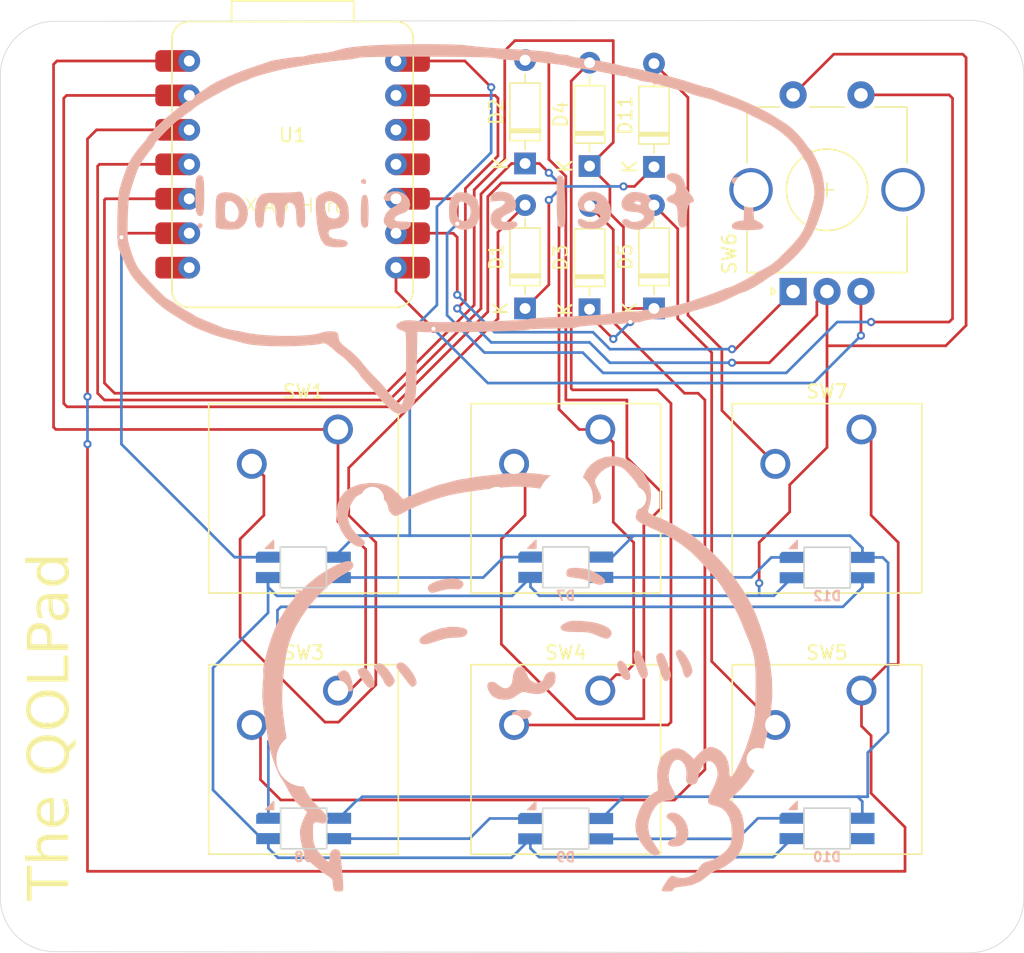
<source format=kicad_pcb>
(kicad_pcb (version 20240108) (generator "pcbnew") (generator_version "8.0")
  (layers (0 "F.Cu" signal) (31 "B.Cu" signal) (34 "B.Paste" user) (35 "F.Paste" user) (36 "B.SilkS" user "B.Silkscreen") (37 "F.SilkS" user "F.Silkscreen") (38 "B.Mask" user) (39 "F.Mask" user) (44 "Edge.Cuts" user))
  (net 0 "")
  (net 1 "Row 0")
  (net 2 "Net-(D1-A)")
  (net 3 "Net-(D2-A)")
  (net 4 "Net-(D3-A)")
  (net 5 "Row 1")
  (net 6 "Net-(D4-A)")
  (net 7 "Net-(D5-A)")
  (net 8 "LEDData")
  (net 9 "To5V")
  (net 10 "Net-(D6-DOUT)")
  (net 11 "ToGND")
  (net 12 "Net-(D8-DOUT)")
  (net 13 "Net-(D10-DIN)")
  (net 14 "Column 0")
  (net 15 "Column 1")
  (net 16 "Column 2")
  (net 17 "Net-(U1-PB09_A7_D7_RX)")
  (net 18 "Net-(U1-PA7_A8_D8_SCK)")
  (net 19 "Net-(U1-PA5_A9_D9_MISO)")
  (net 23 "Net-(D11-A)")
  (net 24 "Net-(D12-DIN)")
  (net 25 "Net-(D12-DOUT)")
  (footprint "Button_Switch_Keyboard:SW_Cherry_MX_1.00u_PCB" (layer "F.Cu") (at 126.71 81.42)
    (property "Reference" "SW1" (at -2.54 -2.794 0) (layer "F.SilkS"))
    (property "Value" "SW_Push")
    (pad "" np_thru_hole circle (at -7.62 5.08) (size 1.7 1.7) (drill 1.7) (layers "*.Cu" "*.Mask"))
    (pad "" np_thru_hole circle (at -2.54 5.08) (size 4 4) (drill 4) (layers "*.Cu" "*.Mask"))
    (pad "" np_thru_hole circle (at 2.54 5.08) (size 1.7 1.7) (drill 1.7) (layers "*.Cu" "*.Mask"))
    (pad "1" thru_hole circle (at 0 0) (size 2.2 2.2) (drill 1.5) (layers "*.Cu" "*.Mask") (net 14 "Column 0"))
    (pad "2" thru_hole circle (at -6.35 2.54) (size 2.2 2.2) (drill 1.5) (layers "*.Cu" "*.Mask") (net 2 "Net-(D1-A)"))
  )
  (footprint "Button_Switch_Keyboard:SW_Cherry_MX_1.00u_PCB" (layer "F.Cu") (at 146.04 81.42)
    (property "Reference" "SW2" (hide yes))
    (property "Value" "SW_Push")
    (pad "" np_thru_hole circle (at -7.62 5.08) (size 1.7 1.7) (drill 1.7) (layers "*.Cu" "*.Mask"))
    (pad "" np_thru_hole circle (at -2.54 5.08) (size 4 4) (drill 4) (layers "*.Cu" "*.Mask"))
    (pad "" np_thru_hole circle (at 2.54 5.08) (size 1.7 1.7) (drill 1.7) (layers "*.Cu" "*.Mask"))
    (pad "1" thru_hole circle (at 0 0) (size 2.2 2.2) (drill 1.5) (layers "*.Cu" "*.Mask") (net 15 "Column 1"))
    (pad "2" thru_hole circle (at -6.35 2.54) (size 2.2 2.2) (drill 1.5) (layers "*.Cu" "*.Mask") (net 3 "Net-(D2-A)"))
  )
  (footprint "XIAO RP-2040:XIAO-RP2040" (layer "F.Cu") (at 114.4775 72.421)
    (property "Reference" "U1" (at 8.89 -12.7 0) (layer "F.SilkS"))
    (property "Value" "MCU_Seeed_XIAO_RP2040")
    (pad "1" thru_hole circle (at 1.2725 -18.171) (size 1.6 1.6) (drill 0.8) (layers "*.Cu" "*.Mask") (net 14 "Column 0"))
    (pad "1" smd roundrect (at 1.2725 -18.171) (size 3 1.6) (drill (offset -1 0)) (layers "F.Cu" "F.Paste" "F.Mask") (net 14 "Column 0"))
    (pad "2" thru_hole circle (at 1.2725 -15.631) (size 1.6 1.6) (drill 0.8) (layers "*.Cu" "*.Mask") (net 15 "Column 1"))
    (pad "2" smd roundrect (at 1.2725 -15.631) (size 3 1.6) (drill (offset -1 0)) (layers "F.Cu" "F.Paste" "F.Mask") (net 15 "Column 1"))
    (pad "3" thru_hole circle (at 1.2725 -13.091) (size 1.6 1.6) (drill 0.8) (layers "*.Cu" "*.Mask") (net 16 "Column 2"))
    (pad "3" smd roundrect (at 1.2725 -13.091) (size 3 1.6) (drill (offset -1 0)) (layers "F.Cu" "F.Paste" "F.Mask") (net 16 "Column 2"))
    (pad "4" thru_hole circle (at 1.2725 -10.551) (size 1.6 1.6) (drill 0.8) (layers "*.Cu" "*.Mask") (net 1 "Row 0"))
    (pad "4" smd roundrect (at 1.2725 -10.551) (size 3 1.6) (drill (offset -1 0)) (layers "F.Cu" "F.Paste" "F.Mask") (net 1 "Row 0"))
    (pad "5" thru_hole circle (at 1.2725 -8.011) (size 1.6 1.6) (drill 0.8) (layers "*.Cu" "*.Mask") (net 5 "Row 1"))
    (pad "5" smd roundrect (at 1.2725 -8.011) (size 3 1.6) (drill (offset -1 0)) (layers "F.Cu" "F.Paste" "F.Mask") (net 5 "Row 1"))
    (pad "6" thru_hole circle (at 1.2725 -5.471) (size 1.6 1.6) (drill 0.8) (layers "*.Cu" "*.Mask") (net 8 "LEDData"))
    (pad "6" smd roundrect (at 1.2725 -5.471) (size 3 1.6) (drill (offset -1 0)) (layers "F.Cu" "F.Paste" "F.Mask") (net 8 "LEDData"))
    (pad "7" thru_hole circle (at 1.2725 -2.931) (size 1.6 1.6) (drill 0.8) (layers "*.Cu" "*.Mask"))
    (pad "7" smd roundrect (at 1.2725 -2.931) (size 3 1.6) (drill (offset -1 0)) (layers "F.Cu" "F.Paste" "F.Mask"))
    (pad "8" thru_hole circle (at 16.5075 -2.931) (size 1.6 1.6) (drill 0.8) (layers "*.Cu" "*.Mask") (net 17 "Net-(U1-PB09_A7_D7_RX)"))
    (pad "8" smd roundrect (at 16.5075 -2.931) (size 3 1.6) (drill (offset 1 0)) (layers "F.Cu" "F.Paste" "F.Mask") (net 17 "Net-(U1-PB09_A7_D7_RX)"))
    (pad "9" thru_hole circle (at 16.5075 -5.471) (size 1.6 1.6) (drill 0.8) (layers "*.Cu" "*.Mask") (net 18 "Net-(U1-PA7_A8_D8_SCK)"))
    (pad "9" smd roundrect (at 16.5075 -5.471) (size 3 1.6) (drill (offset 1 0)) (layers "F.Cu" "F.Paste" "F.Mask") (net 18 "Net-(U1-PA7_A8_D8_SCK)"))
    (pad "10" thru_hole circle (at 16.5075 -8.011) (size 1.6 1.6) (drill 0.8) (layers "*.Cu" "*.Mask") (net 19 "Net-(U1-PA5_A9_D9_MISO)"))
    (pad "10" smd roundrect (at 16.5075 -8.011) (size 3 1.6) (drill (offset 1 0)) (layers "F.Cu" "F.Paste" "F.Mask") (net 19 "Net-(U1-PA5_A9_D9_MISO)"))
    (pad "11" thru_hole circle (at 16.5075 -10.551) (size 1.6 1.6) (drill 0.8) (layers "*.Cu" "*.Mask"))
    (pad "11" smd roundrect (at 16.5075 -10.551) (size 3 1.6) (drill (offset 1 0)) (layers "F.Cu" "F.Paste" "F.Mask"))
    (pad "12" thru_hole circle (at 16.5075 -13.091) (size 1.6 1.6) (drill 0.8) (layers "*.Cu" "*.Mask"))
    (pad "12" smd roundrect (at 16.5075 -13.091) (size 3 1.6) (drill (offset 1 0)) (layers "F.Cu" "F.Paste" "F.Mask"))
    (pad "13" thru_hole circle (at 16.5075 -15.631) (size 1.6 1.6) (drill 0.8) (layers "*.Cu" "*.Mask") (net 11 "ToGND"))
    (pad "13" smd roundrect (at 16.5075 -15.631) (size 3 1.6) (drill (offset 1 0)) (layers "F.Cu" "F.Paste" "F.Mask") (net 11 "ToGND"))
    (pad "14" thru_hole circle (at 16.5075 -18.171) (size 1.6 1.6) (drill 0.8) (layers "*.Cu" "*.Mask") (net 9 "To5V"))
    (pad "14" smd roundrect (at 16.5075 -18.171) (size 3 1.6) (drill (offset 1 0)) (layers "F.Cu" "F.Paste" "F.Mask") (net 9 "To5V"))
  )
  (footprint "Rotary_Encoder:RotaryEncoder_Alps_EC11E-Switch_Vertical_H20mm_CircularMountingHoles" (layer "F.Cu") (at 160.25 71.25 90)
    (property "Reference" "SW6" (at 2.8 -4.7 90) (layer "F.SilkS"))
    (property "Value" "RotaryEncoder_Switch")
    (pad "A" thru_hole rect (at 0 0 90) (size 2 2) (drill 1) (layers "*.Cu" "*.Mask") (net 18 "Net-(U1-PA7_A8_D8_SCK)"))
    (pad "B" thru_hole circle (at 0 5 90) (size 2 2) (drill 1) (layers "*.Cu" "*.Mask") (net 17 "Net-(U1-PB09_A7_D7_RX)"))
    (pad "C" thru_hole circle (at 0 2.5 90) (size 2 2) (drill 1) (layers "*.Cu" "*.Mask") (net 11 "ToGND"))
    (pad "MP" thru_hole circle (at 7.5 -3.1 90) (size 3.2 3.2) (drill 2.6) (layers "*.Cu" "*.Mask"))
    (pad "MP" thru_hole circle (at 7.5 8.1 90) (size 3.2 3.2) (drill 2.6) (layers "*.Cu" "*.Mask"))
    (pad "S1" thru_hole circle (at 14.5 5 90) (size 2 2) (drill 1) (layers "*.Cu" "*.Mask") (net 19 "Net-(U1-PA5_A9_D9_MISO)"))
    (pad "S2" thru_hole circle (at 14.5 0 90) (size 2 2) (drill 1) (layers "*.Cu" "*.Mask") (net 11 "ToGND"))
  )
  (footprint "Diode_THT:D_DO-35_SOD27_P7.62mm_Horizontal" (layer "F.Cu") (at 140.5 61.81 90)
    (property "Reference" "D2" (at 3.81 -2.12 90) (layer "F.SilkS"))
    (property "Value" "1N4148")
    (fp_text user "K" (at 0 -1.8 90) (layer "F.SilkS"))
    (pad "1" thru_hole rect (at 0 0 90) (size 1.6 1.6) (drill 0.8) (layers "*.Cu" "*.Mask") (net 1 "Row 0"))
    (pad "2" thru_hole oval (at 7.62 0 90) (size 1.6 1.6) (drill 0.8) (layers "*.Cu" "*.Mask") (net 3 "Net-(D2-A)"))
  )
  (footprint "Diode_THT:D_DO-35_SOD27_P7.62mm_Horizontal" (layer "F.Cu") (at 140.5 72.5 90)
    (property "Reference" "D1" (at 3.81 -2.12 90) (layer "F.SilkS"))
    (property "Value" "1N4148")
    (fp_text user "K" (at 0 -1.8 90) (layer "F.SilkS"))
    (pad "1" thru_hole rect (at 0 0 90) (size 1.6 1.6) (drill 0.8) (layers "*.Cu" "*.Mask") (net 1 "Row 0"))
    (pad "2" thru_hole oval (at 7.62 0 90) (size 1.6 1.6) (drill 0.8) (layers "*.Cu" "*.Mask") (net 2 "Net-(D1-A)"))
  )
  (footprint "Diode_THT:D_DO-35_SOD27_P7.62mm_Horizontal" (layer "F.Cu") (at 150 72.5 90)
    (property "Reference" "D5" (at 3.81 -2.12 90) (layer "F.SilkS"))
    (property "Value" "1N4148")
    (fp_text user "K" (at 0 -1.8 90) (layer "F.SilkS"))
    (pad "1" thru_hole rect (at 0 0 90) (size 1.6 1.6) (drill 0.8) (layers "*.Cu" "*.Mask") (net 5 "Row 1"))
    (pad "2" thru_hole oval (at 7.62 0 90) (size 1.6 1.6) (drill 0.8) (layers "*.Cu" "*.Mask") (net 7 "Net-(D5-A)"))
  )
  (footprint "Button_Switch_Keyboard:SW_Cherry_MX_1.00u_PCB" (layer "F.Cu") (at 165.29 100.67)
    (property "Reference" "SW5" (at -2.54 -2.794 0) (layer "F.SilkS"))
    (property "Value" "SW_Push")
    (pad "" np_thru_hole circle (at -7.62 5.08) (size 1.7 1.7) (drill 1.7) (layers "*.Cu" "*.Mask"))
    (pad "" np_thru_hole circle (at -2.54 5.08) (size 4 4) (drill 4) (layers "*.Cu" "*.Mask"))
    (pad "" np_thru_hole circle (at 2.54 5.08) (size 1.7 1.7) (drill 1.7) (layers "*.Cu" "*.Mask"))
    (pad "1" thru_hole circle (at 0 0) (size 2.2 2.2) (drill 1.5) (layers "*.Cu" "*.Mask") (net 16 "Column 2"))
    (pad "2" thru_hole circle (at -6.35 2.54) (size 2.2 2.2) (drill 1.5) (layers "*.Cu" "*.Mask") (net 7 "Net-(D5-A)"))
  )
  (footprint "Diode_THT:D_DO-35_SOD27_P7.62mm_Horizontal" (layer "F.Cu") (at 145.25 72.56 90)
    (property "Reference" "D3" (at 3.81 -2.12 90) (layer "F.SilkS"))
    (property "Value" "1N4148")
    (fp_text user "K" (at 0 -1.8 90) (layer "F.SilkS"))
    (pad "1" thru_hole rect (at 0 0 90) (size 1.6 1.6) (drill 0.8) (layers "*.Cu" "*.Mask") (net 5 "Row 1"))
    (pad "2" thru_hole oval (at 7.62 0 90) (size 1.6 1.6) (drill 0.8) (layers "*.Cu" "*.Mask") (net 4 "Net-(D3-A)"))
  )
  (footprint "Button_Switch_Keyboard:SW_Cherry_MX_1.00u_PCB" (layer "F.Cu") (at 165.29 81.42)
    (property "Reference" "SW7" (at -2.54 -2.794 0) (layer "F.SilkS"))
    (property "Value" "SW_Push")
    (pad "" np_thru_hole circle (at -7.62 5.08) (size 1.7 1.7) (drill 1.7) (layers "*.Cu" "*.Mask"))
    (pad "" np_thru_hole circle (at -2.54 5.08) (size 4 4) (drill 4) (layers "*.Cu" "*.Mask"))
    (pad "" np_thru_hole circle (at 2.54 5.08) (size 1.7 1.7) (drill 1.7) (layers "*.Cu" "*.Mask"))
    (pad "1" thru_hole circle (at 0 0) (size 2.2 2.2) (drill 1.5) (layers "*.Cu" "*.Mask") (net 16 "Column 2"))
    (pad "2" thru_hole circle (at -6.35 2.54) (size 2.2 2.2) (drill 1.5) (layers "*.Cu" "*.Mask") (net 23 "Net-(D11-A)"))
  )
  (footprint "Button_Switch_Keyboard:SW_Cherry_MX_1.00u_PCB" (layer "F.Cu") (at 126.71 100.67)
    (property "Reference" "SW3" (at -2.54 -2.794 0) (layer "F.SilkS"))
    (property "Value" "SW_Push")
    (pad "" np_thru_hole circle (at -7.62 5.08) (size 1.7 1.7) (drill 1.7) (layers "*.Cu" "*.Mask"))
    (pad "" np_thru_hole circle (at -2.54 5.08) (size 4 4) (drill 4) (layers "*.Cu" "*.Mask"))
    (pad "" np_thru_hole circle (at 2.54 5.08) (size 1.7 1.7) (drill 1.7) (layers "*.Cu" "*.Mask"))
    (pad "1" thru_hole circle (at 0 0) (size 2.2 2.2) (drill 1.5) (layers "*.Cu" "*.Mask") (net 14 "Column 0"))
    (pad "2" thru_hole circle (at -6.35 2.54) (size 2.2 2.2) (drill 1.5) (layers "*.Cu" "*.Mask") (net 4 "Net-(D3-A)"))
  )
  (footprint "Diode_THT:D_DO-35_SOD27_P7.62mm_Horizontal" (layer "F.Cu") (at 145.25 62 90)
    (property "Reference" "D4" (at 3.81 -2.12 90) (layer "F.SilkS"))
    (property "Value" "1N4148")
    (fp_text user "K" (at 0 -1.8 90) (layer "F.SilkS"))
    (pad "1" thru_hole rect (at 0 0 90) (size 1.6 1.6) (drill 0.8) (layers "*.Cu" "*.Mask") (net 5 "Row 1"))
    (pad "2" thru_hole oval (at 7.62 0 90) (size 1.6 1.6) (drill 0.8) (layers "*.Cu" "*.Mask") (net 6 "Net-(D4-A)"))
  )
  (footprint "Button_Switch_Keyboard:SW_Cherry_MX_1.00u_PCB" (layer "F.Cu") (at 146.04 100.67)
    (property "Reference" "SW4" (at -2.54 -2.794 0) (layer "F.SilkS"))
    (property "Value" "SW_Push")
    (pad "" np_thru_hole circle (at -7.62 5.08) (size 1.7 1.7) (drill 1.7) (layers "*.Cu" "*.Mask"))
    (pad "" np_thru_hole circle (at -2.54 5.08) (size 4 4) (drill 4) (layers "*.Cu" "*.Mask"))
    (pad "" np_thru_hole circle (at 2.54 5.08) (size 1.7 1.7) (drill 1.7) (layers "*.Cu" "*.Mask"))
    (pad "1" thru_hole circle (at 0 0) (size 2.2 2.2) (drill 1.5) (layers "*.Cu" "*.Mask") (net 15 "Column 1"))
    (pad "2" thru_hole circle (at -6.35 2.54) (size 2.2 2.2) (drill 1.5) (layers "*.Cu" "*.Mask") (net 6 "Net-(D4-A)"))
  )
  (footprint "Diode_THT:D_DO-35_SOD27_P7.62mm_Horizontal" (layer "F.Cu") (at 150 62.06 90)
    (property "Reference" "D11" (at 3.81 -2.12 90) (layer "F.SilkS"))
    (property "Value" "1N4148")
    (fp_text user "K" (at 0 -1.8 90) (layer "F.SilkS"))
    (pad "1" thru_hole rect (at 0 0 90) (size 1.6 1.6) (drill 0.8) (layers "*.Cu" "*.Mask") (net 1 "Row 0"))
    (pad "2" thru_hole oval (at 7.62 0 90) (size 1.6 1.6) (drill 0.8) (layers "*.Cu" "*.Mask") (net 23 "Net-(D11-A)"))
  )
  (footprint "cheyao macropad main PCB-third_party_neopixel.petty:SK6812MINI-E" (layer "B.Cu") (at 124.16 91.59 180)
    (property "Reference" "D6" (at 0 -2.1 0) (layer "B.SilkS") (effects (font (size 0.7 0.7)) (justify mirror)))
    (property "Value" "SK6812" (hide yes))
    (fp_line (start 1.7 1.5) (end -1.7 1.5) (stroke (width 0.12)) (layer "Edge.Cuts"))
    (fp_line (start 1.7 -1.5) (end 1.7 1.5) (stroke (width 0.12)) (layer "Edge.Cuts"))
    (fp_line (start -1.7 1.5) (end -1.7 -1.5) (stroke (width 0.12)) (layer "Edge.Cuts"))
    (fp_line (start -1.7 -1.5) (end 1.7 -1.5) (stroke (width 0.12)) (layer "Edge.Cuts"))
    (pad "1" smd rect (at -2.6 0.75 180) (size 1.8 0.82) (layers "B.Cu" "B.Paste" "B.Mask") (net 9 "To5V"))
    (pad "2" smd roundrect (at 2.6 0.75 180) (size 1.8 0.82) (layers "B.Cu" "B.Paste" "B.Mask") (roundrect_rratio 0) (chamfer_ratio 0.2) (chamfer bottom_right) (net 8 "LEDData"))
    (pad "3" smd rect (at 2.6 -0.75 180) (size 1.8 0.82) (layers "B.Cu" "B.Paste" "B.Mask") (net 11 "ToGND"))
    (pad "4" smd rect (at -2.6 -0.75 180) (size 1.8 0.82) (layers "B.Cu" "B.Paste" "B.Mask") (net 10 "Net-(D6-DOUT)"))
  )
  (footprint "cheyao macropad main PCB-third_party_neopixel.petty:SK6812MINI-E" (layer "B.Cu") (at 162.76 91.605 180)
    (property "Reference" "D12" (at 0 -2.1 0) (layer "B.SilkS") (effects (font (size 0.7 0.7)) (justify mirror)))
    (property "Value" "SK6812" (hide yes))
    (fp_line (start 1.7 1.5) (end -1.7 1.5) (stroke (width 0.12)) (layer "Edge.Cuts"))
    (fp_line (start 1.7 -1.5) (end 1.7 1.5) (stroke (width 0.12)) (layer "Edge.Cuts"))
    (fp_line (start -1.7 1.5) (end -1.7 -1.5) (stroke (width 0.12)) (layer "Edge.Cuts"))
    (fp_line (start -1.7 -1.5) (end 1.7 -1.5) (stroke (width 0.12)) (layer "Edge.Cuts"))
    (pad "1" smd rect (at -2.6 0.75 180) (size 1.8 0.82) (layers "B.Cu" "B.Paste" "B.Mask") (net 9 "To5V"))
    (pad "2" smd roundrect (at 2.6 0.75 180) (size 1.8 0.82) (layers "B.Cu" "B.Paste" "B.Mask") (roundrect_rratio 0) (chamfer_ratio 0.2) (chamfer bottom_right) (net 24 "Net-(D12-DIN)"))
    (pad "3" smd rect (at 2.6 -0.75 180) (size 1.8 0.82) (layers "B.Cu" "B.Paste" "B.Mask") (net 11 "ToGND"))
    (pad "4" smd rect (at -2.6 -0.75 180) (size 1.8 0.82) (layers "B.Cu" "B.Paste" "B.Mask") (net 25 "Net-(D12-DOUT)"))
  )
  (footprint "cheyao macropad main PCB-third_party_neopixel.petty:SK6812MINI-E" (layer "B.Cu") (at 124.18 110.84 180)
    (property "Reference" "D8" (at 0 -2.1 0) (layer "B.SilkS") (effects (font (size 0.7 0.7)) (justify mirror)))
    (property "Value" "SK6812" (hide yes))
    (fp_line (start 1.7 1.5) (end -1.7 1.5) (stroke (width 0.12)) (layer "Edge.Cuts"))
    (fp_line (start 1.7 -1.5) (end 1.7 1.5) (stroke (width 0.12)) (layer "Edge.Cuts"))
    (fp_line (start -1.7 1.5) (end -1.7 -1.5) (stroke (width 0.12)) (layer "Edge.Cuts"))
    (fp_line (start -1.7 -1.5) (end 1.7 -1.5) (stroke (width 0.12)) (layer "Edge.Cuts"))
    (pad "1" smd rect (at -2.6 0.75 180) (size 1.8 0.82) (layers "B.Cu" "B.Paste" "B.Mask") (net 9 "To5V"))
    (pad "2" smd roundrect (at 2.6 0.75 180) (size 1.8 0.82) (layers "B.Cu" "B.Paste" "B.Mask") (roundrect_rratio 0) (chamfer_ratio 0.2) (chamfer bottom_right) (net 25 "Net-(D12-DOUT)"))
    (pad "3" smd rect (at 2.6 -0.75 180) (size 1.8 0.82) (layers "B.Cu" "B.Paste" "B.Mask") (net 11 "ToGND"))
    (pad "4" smd rect (at -2.6 -0.75 180) (size 1.8 0.82) (layers "B.Cu" "B.Paste" "B.Mask") (net 12 "Net-(D8-DOUT)"))
  )
  (footprint "LOGO" (layer "B.Cu") (at 131.67556 83.741751 180)
    (property "Reference" "G***" (hide yes))
    (property "Value" "LOGO" (hide yes))
  )
  (footprint "cheyao macropad main PCB-third_party_neopixel.petty:SK6812MINI-E" (layer "B.Cu") (at 143.49 110.855 180)
    (property "Reference" "D9" (at 0 -2.1 0) (layer "B.SilkS") (effects (font (size 0.7 0.7)) (justify mirror)))
    (property "Value" "SK6812" (hide yes))
    (fp_line (start 1.7 1.5) (end -1.7 1.5) (stroke (width 0.12)) (layer "Edge.Cuts"))
    (fp_line (start 1.7 -1.5) (end 1.7 1.5) (stroke (width 0.12)) (layer "Edge.Cuts"))
    (fp_line (start -1.7 1.5) (end -1.7 -1.5) (stroke (width 0.12)) (layer "Edge.Cuts"))
    (fp_line (start -1.7 -1.5) (end 1.7 -1.5) (stroke (width 0.12)) (layer "Edge.Cuts"))
    (pad "1" smd rect (at -2.6 0.75 180) (size 1.8 0.82) (layers "B.Cu" "B.Paste" "B.Mask") (net 9 "To5V"))
    (pad "2" smd roundrect (at 2.6 0.75 180) (size 1.8 0.82) (layers "B.Cu" "B.Paste" "B.Mask") (roundrect_rratio 0) (chamfer_ratio 0.2) (chamfer bottom_right) (net 12 "Net-(D8-DOUT)"))
    (pad "3" smd rect (at 2.6 -0.75 180) (size 1.8 0.82) (layers "B.Cu" "B.Paste" "B.Mask") (net 11 "ToGND"))
    (pad "4" smd rect (at -2.6 -0.75 180) (size 1.8 0.82) (layers "B.Cu" "B.Paste" "B.Mask") (net 13 "Net-(D10-DIN)"))
  )
  (footprint "cheyao macropad main PCB-third_party_neopixel.petty:SK6812MINI-E" (layer "B.Cu") (at 143.5 91.58 180)
    (property "Reference" "D7" (at 0 -2.1 0) (layer "B.SilkS") (effects (font (size 0.7 0.7)) (justify mirror)))
    (property "Value" "SK6812" (hide yes))
    (fp_line (start 1.7 1.5) (end -1.7 1.5) (stroke (width 0.12)) (layer "Edge.Cuts"))
    (fp_line (start 1.7 -1.5) (end 1.7 1.5) (stroke (width 0.12)) (layer "Edge.Cuts"))
    (fp_line (start -1.7 1.5) (end -1.7 -1.5) (stroke (width 0.12)) (layer "Edge.Cuts"))
    (fp_line (start -1.7 -1.5) (end 1.7 -1.5) (stroke (width 0.12)) (layer "Edge.Cuts"))
    (pad "1" smd rect (at -2.6 0.75 180) (size 1.8 0.82) (layers "B.Cu" "B.Paste" "B.Mask") (net 9 "To5V"))
    (pad "2" smd roundrect (at 2.6 0.75 180) (size 1.8 0.82) (layers "B.Cu" "B.Paste" "B.Mask") (roundrect_rratio 0) (chamfer_ratio 0.2) (chamfer bottom_right) (net 10 "Net-(D6-DOUT)"))
    (pad "3" smd rect (at 2.6 -0.75 180) (size 1.8 0.82) (layers "B.Cu" "B.Paste" "B.Mask") (net 11 "ToGND"))
    (pad "4" smd rect (at -2.6 -0.75 180) (size 1.8 0.82) (layers "B.Cu" "B.Paste" "B.Mask") (net 24 "Net-(D12-DIN)"))
  )
  (footprint "cheyao macropad main PCB-third_party_neopixel.petty:SK6812MINI-E" (layer "B.Cu") (at 162.75 110.84 180)
    (property "Reference" "D10" (at 0 -2.1 0) (layer "B.SilkS") (effects (font (size 0.7 0.7)) (justify mirror)))
    (property "Value" "SK6812" (hide yes))
    (fp_line (start 1.7 1.5) (end -1.7 1.5) (stroke (width 0.12)) (layer "Edge.Cuts"))
    (fp_line (start 1.7 -1.5) (end 1.7 1.5) (stroke (width 0.12)) (layer "Edge.Cuts"))
    (fp_line (start -1.7 1.5) (end -1.7 -1.5) (stroke (width 0.12)) (layer "Edge.Cuts"))
    (fp_line (start -1.7 -1.5) (end 1.7 -1.5) (stroke (width 0.12)) (layer "Edge.Cuts"))
    (pad "1" smd rect (at -2.6 0.75 180) (size 1.8 0.82) (layers "B.Cu" "B.Paste" "B.Mask") (net 9 "To5V"))
    (pad "2" smd roundrect (at 2.6 0.75 180) (size 1.8 0.82) (layers "B.Cu" "B.Paste" "B.Mask") (roundrect_rratio 0) (chamfer_ratio 0.2) (chamfer bottom_right) (net 13 "Net-(D10-DIN)"))
    (pad "3" smd rect (at 2.6 -0.75 180) (size 1.8 0.82) (layers "B.Cu" "B.Paste" "B.Mask") (net 11 "ToGND"))
    (pad "4" smd rect (at -2.6 -0.75 180) (size 1.8 0.82) (layers "B.Cu" "B.Paste" "B.Mask"))
  )
  (gr_line (start 105.828427 119.921573) (end 173.25 120) (stroke (width 0.05)) (layer "Edge.Cuts"))
  (gr_arc (start 177.25 116) (mid 176.078427 118.828427) (end 173.25 120) (stroke (width 0.05)) (layer "Edge.Cuts"))
  (gr_line (start 101.828427 115.921573) (end 101.828427 55.328427) (stroke (width 0.05)) (layer "Edge.Cuts"))
  (gr_arc (start 105.828427 119.921573) (mid 102.999992 118.750008) (end 101.828427 115.921573) (stroke (width 0.05)) (layer "Edge.Cuts"))
  (gr_line (start 177.25 55.25) (end 177.25 116) (stroke (width 0.05)) (layer "Edge.Cuts"))
  (gr_arc (start 173.25 51.25) (mid 176.078427 52.421573) (end 177.25 55.25) (stroke (width 0.05)) (layer "Edge.Cuts"))
  (gr_arc (start 101.828427 55.328427) (mid 102.999992 52.499992) (end 105.828427 51.328427) (stroke (width 0.05)) (layer "Edge.Cuts"))
  (gr_line (start 105.828427 51.328427) (end 173.25 51.25) (stroke (width 0.05)) (layer "Edge.Cuts"))
  (gr_text "The QOLPad" (at 107.35 116.17 90) (layer "F.SilkS") (effects (font (size 3 3) (thickness 0.1)) (justify left bottom)))
  (gr_text "XIAO Here" (at 119.75 65.5 0) (layer "F.SilkS") (effects (font (size 1 1) (thickness 0.1)) (justify left bottom)))
  (segment (start 137.25 72.5) (end 130.5 79.25) (width 0.2) (layer "F.Cu") (net 1))
  (segment (start 109.5 79.25) (end 109 78.75) (width 0.2) (layer "F.Cu") (net 1))
  (segment (start 137.25 64.06) (end 137.25 72.5) (width 0.2) (layer "F.Cu") (net 1))
  (segment (start 109 62) (end 109.13 61.87) (width 0.2) (layer "F.Cu") (net 1))
  (segment (start 150 62.06) (end 148.56 63.5) (width 0.2) (layer "F.Cu") (net 1))
  (segment (start 140.5 72.5) (end 142.25 70.75) (width 0.2) (layer "F.Cu") (net 1))
  (segment (start 142.25 70.75) (end 142.25 64.5) (width 0.2) (layer "F.Cu") (net 1))
  (segment (start 130.5 79.25) (end 109.5 79.25) (width 0.2) (layer "F.Cu") (net 1))
  (segment (start 148.56 63.5) (end 147.75 63.5) (width 0.2) (layer "F.Cu") (net 1))
  (segment (start 141.56 61.81) (end 140.5 61.81) (width 0.2) (layer "F.Cu") (net 1))
  (segment (start 142.25 62.5) (end 141.56 61.81) (width 0.2) (layer "F.Cu") (net 1))
  (segment (start 109.13 61.87) (end 115.75 61.87) (width 0.2) (layer "F.Cu") (net 1))
  (segment (start 109 78.75) (end 109 62) (width 0.2) (layer "F.Cu") (net 1))
  (segment (start 139.5 61.81) (end 137.25 64.06) (width 0.2) (layer "F.Cu") (net 1))
  (segment (start 140.5 61.81) (end 139.5 61.81) (width 0.2) (layer "F.Cu") (net 1))
  (via (at 142.25 64.5) (size 0.6) (drill 0.3) (layers "F.Cu" "B.Cu") (net 1))
  (via (at 147.75 63.5) (size 0.6) (drill 0.3) (layers "F.Cu" "B.Cu") (net 1))
  (via (at 142.25 62.5) (size 0.6) (drill 0.3) (layers "F.Cu" "B.Cu") (net 1))
  (segment (start 143.25 63.5) (end 142.25 62.5) (width 0.2) (layer "B.Cu") (net 1))
  (segment (start 147.75 63.5) (end 143.25 63.5) (width 0.2) (layer "B.Cu") (net 1))
  (segment (start 142.25 64.5) (end 143.25 63.5) (width 0.2) (layer "B.Cu") (net 1))
  (segment (start 121.25 84.85) (end 121.25 87.75) (width 0.2) (layer "F.Cu") (net 2))
  (segment (start 129.5 100.25) (end 129.5 89.75) (width 0.2) (layer "F.Cu") (net 2))
  (segment (start 119.5 89.5) (end 119.5 96.75) (width 0.2) (layer "F.Cu") (net 2))
  (segment (start 121.25 87.75) (end 119.5 89.5) (width 0.2) (layer "F.Cu") (net 2))
  (segment (start 120.36 83.96) (end 121.25 84.85) (width 0.2) (layer "F.Cu") (net 2))
  (segment (start 119.5 96.75) (end 125.75 103) (width 0.2) (layer "F.Cu") (net 2))
  (segment (start 127.5 84.25) (end 138.5 73.25) (width 0.2) (layer "F.Cu") (net 2))
  (segment (start 125.75 103) (end 126.75 103) (width 0.2) (layer "F.Cu") (net 2))
  (segment (start 127.5 87.75) (end 127.5 84.25) (width 0.2) (layer "F.Cu") (net 2))
  (segment (start 126.75 103) (end 129.5 100.25) (width 0.2) (layer "F.Cu") (net 2))
  (segment (start 129.5 89.75) (end 127.5 87.75) (width 0.2) (layer "F.Cu") (net 2))
  (segment (start 138.5 73.25) (end 138.5 66.88) (width 0.2) (layer "F.Cu") (net 2))
  (segment (start 138.5 66.88) (end 140.5 64.88) (width 0.2) (layer "F.Cu") (net 2))
  (segment (start 143.5 62.75) (end 142.25 61.5) (width 0.2) (layer "F.Cu") (net 3))
  (segment (start 142 54.25) (end 141.94 54.19) (width 0.2) (layer "F.Cu") (net 3))
  (segment (start 138.75 97.25) (end 144.25 102.75) (width 0.2) (layer "F.Cu") (net 3))
  (segment (start 140.5 87.75) (end 138.75 89.5) (width 0.2) (layer "F.Cu") (net 3))
  (segment (start 138.75 89.5) (end 138.75 97.25) (width 0.2) (layer "F.Cu") (net 3))
  (segment (start 148 79.25) (end 143.5 79.25) (width 0.2) (layer "F.Cu") (net 3))
  (segment (start 150.5 87.25) (end 150.5 86) (width 0.2) (layer "F.Cu") (net 3))
  (segment (start 141.94 54.19) (end 140.5 54.19) (width 0.2) (layer "F.Cu") (net 3))
  (segment (start 144.25 102.75) (end 149.25 102.75) (width 0.2) (layer "F.Cu") (net 3))
  (segment (start 149.25 102.75) (end 149.25 88.5) (width 0.2) (layer "F.Cu") (net 3))
  (segment (start 139.69 84.44) (end 140.5 85.25) (width 0.2) (layer "F.Cu") (net 3))
  (segment (start 143.5 79.25) (end 143.5 62.75) (width 0.2) (layer "F.Cu") (net 3))
  (segment (start 139.69 83.96) (end 139.69 84.44) (width 0.2) (layer "F.Cu") (net 3))
  (segment (start 142.25 61.5) (end 142.25 54.25) (width 0.2) (layer "F.Cu") (net 3))
  (segment (start 149.25 88.5) (end 150.5 87.25) (width 0.2) (layer "F.Cu") (net 3))
  (segment (start 150.5 86) (end 148 83.5) (width 0.2) (layer "F.Cu") (net 3))
  (segment (start 142.25 54.25) (end 142 54.25) (width 0.2) (layer "F.Cu") (net 3))
  (segment (start 148 83.5) (end 148 79.25) (width 0.2) (layer "F.Cu") (net 3))
  (segment (start 140.5 85.25) (end 140.5 87.75) (width 0.2) (layer "F.Cu") (net 3))
  (segment (start 153.75 79.25) (end 153.25 78.75) (width 0.2) (layer "F.Cu") (net 4))
  (segment (start 152.25 78.75) (end 147 73.5) (width 0.2) (layer "F.Cu") (net 4))
  (segment (start 122.49 108.74) (end 151.51 108.74) (width 0.2) (layer "F.Cu") (net 4))
  (segment (start 121 103.85) (end 121 107.25) (width 0.2) (layer "F.Cu") (net 4))
  (segment (start 153.25 78.75) (end 152.25 78.75) (width 0.2) (layer "F.Cu") (net 4))
  (segment (start 147 66.69) (end 145.25 64.94) (width 0.2) (layer "F.Cu") (net 4))
  (segment (start 121 107.25) (end 122.49 108.74) (width 0.2) (layer "F.Cu") (net 4))
  (segment (start 120.36 103.21) (end 121 103.85) (width 0.2) (layer "F.Cu") (net 4))
  (segment (start 153.75 106.5) (end 153.75 79.25) (width 0.2) (layer "F.Cu") (net 4))
  (segment (start 147 73.5) (end 147 66.69) (width 0.2) (layer "F.Cu") (net 4))
  (segment (start 151.51 108.74) (end 153.75 106.5) (width 0.2) (layer "F.Cu") (net 4))
  (segment (start 147.75 73) (end 147.75 72.5) (width 0.2) (layer "F.Cu") (net 5))
  (segment (start 147 52.75) (end 139.75 52.75) (width 0.2) (layer "F.Cu") (net 5))
  (segment (start 150 72.5) (end 147.75 72.5) (width 0.2) (layer "F.Cu") (net 5))
  (segment (start 146.75 65.5) (end 146.75 63.5) (width 0.2) (layer "F.Cu") (net 5))
  (segment (start 139.75 52.75) (end 139 53.5) (width 0.2) (layer "F.Cu") (net 5))
  (segment (start 136.75 72.25) (end 130.25 78.75) (width 0.2) (layer "F.Cu") (net 5))
  (segment (start 109.5 78) (end 109.5 64.5) (width 0.2) (layer "F.Cu") (net 5))
  (segment (start 110.25 78.75) (end 109.5 78) (width 0.2) (layer "F.Cu") (net 5))
  (segment (start 136.75 63.75) (end 136.75 72.25) (width 0.2) (layer "F.Cu") (net 5))
  (segment (start 130.25 78.75) (end 110.25 78.75) (width 0.2) (layer "F.Cu") (net 5))
  (segment (start 147 60.25) (end 147 52.75) (width 0.2) (layer "F.Cu") (net 5))
  (segment (start 109.5 64.5) (end 109.59 64.41) (width 0.2) (layer "F.Cu") (net 5))
  (segment (start 139 61.5) (end 136.75 63.75) (width 0.2) (layer "F.Cu") (net 5))
  (segment (start 139 53.5) (end 139 61.5) (width 0.2) (layer "F.Cu") (net 5))
  (segment (start 145.25 72.56) (end 145.25 73) (width 0.2) (layer "F.Cu") (net 5))
  (segment (start 146.75 63.5) (end 145.25 62) (width 0.2) (layer "F.Cu") (net 5))
  (segment (start 145.25 73) (end 147 74.75) (width 0.2) (layer "F.Cu") (net 5))
  (segment (start 109.59 64.41) (end 115.75 64.41) (width 0.2) (layer "F.Cu") (net 5))
  (segment (start 147.75 72.5) (end 147.75 66.5) (width 0.2) (layer "F.Cu") (net 5))
  (segment (start 148.25 73.5) (end 147.75 73) (width 0.2) (layer "F.Cu") (net 5))
  (segment (start 147.75 66.5) (end 146.75 65.5) (width 0.2) (layer "F.Cu") (net 5))
  (segment (start 145.25 62) (end 147 60.25) (width 0.2) (layer "F.Cu") (net 5))
  (via (at 147 74.75) (size 0.6) (drill 0.3) (layers "F.Cu" "B.Cu") (net 5))
  (via (at 148.25 73.5) (size 0.6) (drill 0.3) (layers "F.Cu" "B.Cu") (net 5))
  (segment (start 147 74.75) (end 148.25 73.5) (width 0.2) (layer "B.Cu") (net 5))
  (segment (start 143.9 78.4) (end 143.9 55.73) (width 0.2) (layer "F.Cu") (net 6))
  (segment (start 139.69 103.21) (end 151.04 103.21) (width 0.2) (layer "F.Cu") (net 6))
  (segment (start 150.25 78.5) (end 144 78.5) (width 0.2) (layer "F.Cu") (net 6))
  (segment (start 144 78.5) (end 143.9 78.4) (width 0.2) (layer "F.Cu") (net 6))
  (segment (start 143.9 55.73) (end 145.25 54.38) (width 0.2) (layer "F.Cu") (net 6))
  (segment (start 151.04 103.21) (end 151.25 103) (width 0.2) (layer "F.Cu") (net 6))
  (segment (start 151.25 79.5) (end 150.25 78.5) (width 0.2) (layer "F.Cu") (net 6))
  (segment (start 151.25 103) (end 151.25 79.5) (width 0.2) (layer "F.Cu") (net 6))
  (segment (start 151.75 66.63) (end 150 64.88) (width 0.2) (layer "F.Cu") (net 7))
  (segment (start 154.25 75.75) (end 151.75 73.25) (width 0.2) (layer "F.Cu") (net 7))
  (segment (start 158.94 103.21) (end 154.25 98.52) (width 0.2) (layer "F.Cu") (net 7))
  (segment (start 154.25 98.52) (end 154.25 75.75) (width 0.2) (layer "F.Cu") (net 7))
  (segment (start 151.75 73.25) (end 151.75 66.63) (width 0.2) (layer "F.Cu") (net 7))
  (segment (start 110.75 67.25) (end 111.05 66.95) (width 0.2) (layer "F.Cu") (net 8))
  (segment (start 111.05 66.95) (end 115.75 66.95) (width 0.2) (layer "F.Cu") (net 8))
  (via (at 110.75 67.25) (size 0.6) (drill 0.3) (layers "F.Cu" "B.Cu") (net 8))
  (segment (start 121.56 90.84) (end 119.09 90.84) (width 0.2) (layer "B.Cu") (net 8))
  (segment (start 110.75 82.5) (end 110.75 67.25) (width 0.2) (layer "B.Cu") (net 8))
  (segment (start 119.09 90.84) (end 110.75 82.5) (width 0.2) (layer "B.Cu") (net 8))
  (segment (start 136.06 54.25) (end 130.985 54.25) (width 0.2) (layer "F.Cu") (net 9))
  (segment (start 138 56.19) (end 136.06 54.25) (width 0.2) (layer "F.Cu") (net 9))
  (via (at 138 56.19) (size 0.6) (drill 0.3) (layers "F.Cu" "B.Cu") (net 9))
  (segment (start 146.145 110.105) (end 147.75 108.5) (width 0.2) (layer "B.Cu") (net 9))
  (segment (start 165.36 90.156472) (end 164.453528 89.25) (width 0.2) (layer "B.Cu") (net 9))
  (segment (start 164.453528 89.25) (end 148.5 89.25) (width 0.2) (layer "B.Cu") (net 9))
  (segment (start 126.78 110.09) (end 128.12 108.75) (width 0.2) (layer "B.Cu") (net 9))
  (segment (start 165.35 108.85) (end 165.35 110.09) (width 0.2) (layer "B.Cu") (net 9))
  (segment (start 134 65) (end 135.5 63.5) (width 0.2) (layer "B.Cu") (net 9))
  (segment (start 165.75 108.5) (end 165 108.5) (width 0.2) (layer "B.Cu") (net 9))
  (segment (start 167.25 91.25) (end 167.25 103.75) (width 0.2) (layer "B.Cu") (net 9))
  (segment (start 126.76 90.49) (end 126.76 90.84) (width 0.2) (layer "B.Cu") (net 9))
  (segment (start 132 89.25) (end 128 89.25) (width 0.2) (layer "B.Cu") (net 9))
  (segment (start 134 72.25) (end 134 65) (width 0.2) (layer "B.Cu") (net 9))
  (segment (start 128 89.25) (end 126.76 90.49) (width 0.2) (layer "B.Cu") (net 9))
  (segment (start 148.5 89.25) (end 132 89.25) (width 0.2) (layer "B.Cu") (net 9))
  (segment (start 146.92 90.83) (end 148.5 89.25) (width 0.2) (layer "B.Cu") (net 9))
  (segment (start 128.5 108.5) (end 147.75 108.5) (width 0.2) (layer "B.Cu") (net 9))
  (segment (start 146.1 90.83) (end 146.92 90.83) (width 0.2) (layer "B.Cu") (net 9))
  (segment (start 138 61) (end 138 56.19) (width 0.2) (layer "B.Cu") (net 9))
  (segment (start 146.09 110.105) (end 146.145 110.105) (width 0.2) (layer "B.Cu") (net 9))
  (segment (start 128.12 108.75) (end 128.25 108.75) (width 0.2) (layer "B.Cu") (net 9))
  (segment (start 132 89.25) (end 132 74.25) (width 0.2) (layer "B.Cu") (net 9))
  (segment (start 165.75 105.25) (end 165.75 108.5) (width 0.2) (layer "B.Cu") (net 9))
  (segment (start 128.25 108.75) (end 128.5 108.5) (width 0.2) (layer "B.Cu") (net 9))
  (segment (start 147.75 108.5) (end 165 108.5) (width 0.2) (layer "B.Cu") (net 9))
  (segment (start 167.25 103.75) (end 165.75 105.25) (width 0.2) (layer "B.Cu") (net 9))
  (segment (start 165.36 90.855) (end 165.36 90.156472) (width 0.2) (layer "B.Cu") (net 9))
  (segment (start 165 108.5) (end 165.35 108.85) (width 0.2) (layer "B.Cu") (net 9))
  (segment (start 132 74.25) (end 134 72.25) (width 0.2) (layer "B.Cu") (net 9))
  (segment (start 165.36 90.855) (end 166.855 90.855) (width 0.2) (layer "B.Cu") (net 9))
  (segment (start 166.855 90.855) (end 167.25 91.25) (width 0.2) (layer "B.Cu") (net 9))
  (segment (start 135.5 63.5) (end 138 61) (width 0.2) (layer "B.Cu") (net 9))
  (segment (start 138.92 90.83) (end 140.9 90.83) (width 0.2) (layer "B.Cu") (net 10))
  (segment (start 137.41 92.34) (end 138.92 90.83) (width 0.2) (layer "B.Cu") (net 10))
  (segment (start 126.76 92.34) (end 137.41 92.34) (width 0.2) (layer "B.Cu") (net 10))
  (segment (start 163.25 53.75) (end 172.75 53.75) (width 0.2) (layer "F.Cu") (net 11))
  (segment (start 162 72) (end 162 73) (width 0.2) (layer "F.Cu") (net 11))
  (segment (start 173 73.75) (end 171.5 75.25) (width 0.2) (layer "F.Cu") (net 11))
  (segment (start 157.75 89.75) (end 157.75 92.75) (width 0.2) (layer "F.Cu") (net 11))
  (segment (start 162.75 75.25) (end 162.75 82.75) (width 0.2) (layer "F.Cu") (net 11))
  (segment (start 136.1 63.65) (end 138.5 61.25) (width 0.2) (layer "F.Cu") (net 11))
  (segment (start 135.5 72.5) (end 136.1 71.9) (width 0.2) (layer "F.Cu") (net 11))
  (segment (start 158.5 76.5) (end 155.75 76.5) (width 0.2) (layer "F.Cu") (net 11))
  (segment (start 138.29 56.79) (end 130.985 56.79) (width 0.2) (layer "F.Cu") (net 11))
  (segment (start 136.1 71.9) (end 136.1 63.65) (width 0.2) (layer "F.Cu") (net 11))
  (segment (start 160.25 56.75) (end 163.25 53.75) (width 0.2) (layer "F.Cu") (net 11))
  (segment (start 160 87.5) (end 157.75 89.75) (width 0.2) (layer "F.Cu") (net 11))
  (segment (start 160 85.5) (end 160 87.5) (width 0.2) (layer "F.Cu") (net 11))
  (segment (start 172.75 53.75) (end 173 54) (width 0.2) (layer "F.Cu") (net 11))
  (segment (start 138.5 57) (end 138.29 56.79) (width 0.2) (layer "F.Cu") (net 11))
  (segment (start 162.75 82.75) (end 160 85.5) (width 0.2) (layer "F.Cu") (net 11))
  (segment (start 162 72) (end 162.75 71.25) (width 0.2) (layer "F.Cu") (net 11))
  (segment (start 173 54) (end 173 73.75) (width 0.2) (layer "F.Cu") (net 11))
  (segment (start 171.5 75.25) (end 162.75 75.25) (width 0.2) (layer "F.Cu") (net 11))
  (segment (start 138.5 61.25) (end 138.5 57) (width 0.2) (layer "F.Cu") (net 11))
  (segment (start 162.75 71.25) (end 162.75 75.25) (width 0.2) (layer "F.Cu") (net 11))
  (segment (start 162 73) (end 158.5 76.5) (width 0.2) (layer "F.Cu") (net 11))
  (via (at 157.75 92.75) (size 0.6) (drill 0.3) (layers "F.Cu" "B.Cu") (net 11))
  (via (at 155.75 76.5) (size 0.6) (drill 0.3) (layers "F.Cu" "B.Cu") (net 11))
  (via (at 135.5 72.5) (size 0.6) (drill 0.3) (layers "F.Cu" "B.Cu") (net 11))
  (segment (start 138 75) (end 135.5 72.5) (width 0.2) (layer "B.Cu") (net 11))
  (segment (start 157.75 93.68) (end 158.835 93.68) (width 0.2) (layer "B.Cu") (net 11))
  (segment (start 140.9 92.33) (end 140.9 93.028528) (width 0.2) (layer "B.Cu") (net 11))
  (segment (start 157.75 92.75) (end 157.75 93.68) (width 0.2) (layer "B.Cu") (net 11))
  (segment (start 117.5 99) (end 121.56 94.94) (width 0.2) (layer "B.Cu") (net 11))
  (segment (start 145.25 75) (end 138 75) (width 0.2) (layer "B.Cu") (net 11))
  (segment (start 121.56 93.038528) (end 122.211472 93.69) (width 0.2) (layer "B.Cu") (net 11))
  (segment (start 122.211472 93.69) (end 139.54 93.69) (width 0.2) (layer "B.Cu") (net 11))
  (segment (start 121.56 92.34) (end 121.56 93.038528) (width 0.2) (layer "B.Cu") (net 11))
  (segment (start 140.9 93.028528) (end 141.551472 93.68) (width 0.2) (layer "B.Cu") (net 11))
  (segment (start 140.89 112.303528) (end 141.541472 112.955) (width 0.2) (layer "B.Cu") (net 11))
  (segment (start 141.541472 112.955) (end 158.785 112.955) (width 0.2) (layer "B.Cu") (net 11))
  (segment (start 158.785 112.955) (end 160.15 111.59) (width 0.2) (layer "B.Cu") (net 11))
  (segment (start 141.551472 93.68) (end 157.75 93.68) (width 0.2) (layer "B.Cu") (net 11))
  (segment (start 121.56 94.94) (end 121.56 92.34) (width 0.2) (layer "B.Cu") (net 11))
  (segment (start 121.58 111.59) (end 121.58 112.288528) (width 0.2) (layer "B.Cu") (net 11))
  (segment (start 117.5 108) (end 117.5 99) (width 0.2) (layer "B.Cu") (net 11))
  (segment (start 158.835 93.68) (end 160.16 92.355) (width 0.2) (layer "B.Cu") (net 11))
  (segment (start 121.09 111.59) (end 117.5 108) (width 0.2) (layer "B.Cu") (net 11))
  (segment (start 121.58 111.59) (end 121.09 111.59) (width 0.2) (layer "B.Cu") (net 11))
  (segment (start 140.89 111.605) (end 140.89 112.303528) (width 0.2) (layer "B.Cu") (net 11))
  (segment (start 155.75 76.5) (end 146.75 76.5) (width 0.2) (layer "B.Cu") (net 11))
  (segment (start 139.54 93.69) (end 140.9 92.33) (width 0.2) (layer "B.Cu") (net 11))
  (segment (start 146.75 76.5) (end 145.25 75) (width 0.2) (layer "B.Cu") (net 11))
  (segment (start 122.291472 113) (end 139.495 113) (width 0.2) (layer "B.Cu") (net 11))
  (segment (start 121.58 112.288528) (end 122.291472 113) (width 0.2) (layer "B.Cu") (net 11))
  (segment (start 139.495 113) (end 140.89 111.605) (width 0.2) (layer "B.Cu") (net 11))
  (segment (start 137.895 110.105) (end 140.89 110.105) (width 0.2) (layer "B.Cu") (net 12))
  (segment (start 136.41 111.59) (end 137.895 110.105) (width 0.2) (layer "B.Cu") (net 12))
  (segment (start 126.78 111.59) (end 136.41 111.59) (width 0.2) (layer "B.Cu") (net 12))
  (segment (start 146.09 111.605) (end 156.145 111.605) (width 0.2) (layer "B.Cu") (net 13))
  (segment (start 156.145 111.605) (end 157.66 110.09) (width 0.2) (layer "B.Cu") (net 13))
  (segment (start 157.66 110.09) (end 160.15 110.09) (width 0.2) (layer "B.Cu") (net 13))
  (segment (start 126.71 88.21) (end 128.75 90.25) (width 0.2) (layer "F.Cu") (net 14))
  (segment (start 127.58 100.67) (end 126.71 100.67) (width 0.2) (layer "F.Cu") (net 14))
  (segment (start 106 54.25) (end 115.75 54.25) (width 0.2) (layer "F.Cu") (net 14))
  (segment (start 105.92 81.42) (end 105.75 81.25) (width 0.2) (layer "F.Cu") (net 14))
  (segment (start 105.75 81.25) (end 105.75 54.5) (width 0.2) (layer "F.Cu") (net 14))
  (segment (start 128.75 99.5) (end 127.58 100.67) (width 0.2) (layer "F.Cu") (net 14))
  (segment (start 105.75 54.5) (end 106 54.25) (width 0.2) (layer "F.Cu") (net 14))
  (segment (start 126.71 81.42) (end 126.71 88.21) (width 0.2) (layer "F.Cu") (net 14))
  (segment (start 128.75 90.25) (end 128.75 99.5) (width 0.2) (layer "F.Cu") (net 14))
  (segment (start 126.71 81.42) (end 105.92 81.42) (width 0.2) (layer "F.Cu") (net 14))
  (segment (start 130.75 79.75) (end 106.75 79.75) (width 0.2) (layer "F.Cu") (net 15))
  (segment (start 147.21 99.5) (end 146.04 100.67) (width 0.2) (layer "F.Cu") (net 15))
  (segment (start 143 79.935634) (end 143 63.25) (width 0.2) (layer "F.Cu") (net 15))
  (segment (start 146.04 81.42) (end 144.484366 81.42) (width 0.2) (layer "F.Cu") (net 15))
  (segment (start 143 63.25) (end 138.75 63.25) (width 0.2) (layer "F.Cu") (net 15))
  (segment (start 106.71 56.79) (end 115.75 56.79) (width 0.2) (layer "F.Cu") (net 15))
  (segment (start 137.75 64.25) (end 137.75 72.75) (width 0.2) (layer "F.Cu") (net 15))
  (segment (start 148.5 89.75) (end 148.5 98.75) (width 0.2) (layer "F.Cu") (net 15))
  (segment (start 147 82.38) (end 147 88.25) (width 0.2) (layer "F.Cu") (net 15))
  (segment (start 148.5 98.75) (end 147.75 99.5) (width 0.2) (layer "F.Cu") (net 15))
  (segment (start 144.484366 81.42) (end 143 79.935634) (width 0.2) (layer "F.Cu") (net 15))
  (segment (start 137.75 72.75) (end 130.75 79.75) (width 0.2) (layer "F.Cu") (net 15))
  (segment (start 106.5 57) (end 106.71 56.79) (width 0.2) (layer "F.Cu") (net 15))
  (segment (start 147.75 99.5) (end 147.21 99.5) (width 0.2) (layer "F.Cu") (net 15))
  (segment (start 106.5 79.5) (end 106.5 57) (width 0.2) (layer "F.Cu") (net 15))
  (segment (start 106.75 79.75) (end 106.5 79.5) (width 0.2) (layer "F.Cu") (net 15))
  (segment (start 138.75 63.25) (end 137.75 64.25) (width 0.2) (layer "F.Cu") (net 15))
  (segment (start 146.04 81.42) (end 147 82.38) (width 0.2) (layer "F.Cu") (net 15))
  (segment (start 147 88.25) (end 148.5 89.75) (width 0.2) (layer "F.Cu") (net 15))
  (segment (start 165.29 100.67) (end 165.29 103.29) (width 0.2) (layer "F.Cu") (net 16))
  (segment (start 108.25 114) (end 108.25 82.5) (width 0.2) (layer "F.Cu") (net 16))
  (segment (start 168 89.75) (end 168 98.75) (width 0.2) (layer "F.Cu") (net 16))
  (segment (start 108.92 59.33) (end 115.75 59.33) (width 0.2) (layer "F.Cu") (net 16))
  (segment (start 165.29 103.29) (end 166 104) (width 0.2) (layer "F.Cu") (net 16))
  (segment (start 166 108.25) (end 168.5 110.75) (width 0.2) (layer "F.Cu") (net 16))
  (segment (start 166 104) (end 166 108.25) (width 0.2) (layer "F.Cu") (net 16))
  (segment (start 165.29 81.42) (end 166 82.13) (width 0.2) (layer "F.Cu") (net 16))
  (segment (start 168.5 114) (end 108.25 114) (width 0.2) (layer "F.Cu") (net 16))
  (segment (start 167.21 98.75) (end 165.29 100.67) (width 0.2) (layer "F.Cu") (net 16))
  (segment (start 166 82.13) (end 166 87.75) (width 0.2) (layer "F.Cu") (net 16))
  (segment (start 168 98.75) (end 167.21 98.75) (width 0.2) (layer "F.Cu") (net 16))
  (segment (start 108.25 60) (end 108.92 59.33) (width 0.2) (layer "F.Cu") (net 16))
  (segment (start 108.25 79) (end 108.25 60) (width 0.2) (layer "F.Cu") (net 16))
  (segment (start 166 87.75) (end 168 89.75) (width 0.2) (layer "F.Cu") (net 16))
  (segment (start 168.5 110.75) (end 168.5 114) (width 0.2) (layer "F.Cu") (net 16))
  (via (at 108.25 79) (size 0.6) (drill 0.3) (layers "F.Cu" "B.Cu") (net 16))
  (via (at 108.25 82.5) (size 0.6) (drill 0.3) (layers "F.Cu" "B.Cu") (net 16))
  (segment (start 108.25 82.5) (end 108.25 79) (width 0.2) (layer "B.Cu") (net 16))
  (segment (start 130.985 71.235) (end 130.985 69.49) (width 0.2) (layer "F.Cu") (net 17))
  (segment (start 133.75 74) (end 130.985 71.235) (width 0.2) (layer "F.Cu") (net 17))
  (segment (start 165.25 71.25) (end 165.25 74.5) (width 0.2) (layer "F.Cu") (net 17))
  (via (at 165.25 74.5) (size 0.6) (drill 0.3) (layers "F.Cu" "B.Cu") (net 17))
  (via (at 133.75 74) (size 0.6) (drill 0.3) (layers "F.Cu" "B.Cu") (net 17))
  (segment (start 161.75 78) (end 155.5 78) (width 0.2) (layer "B.Cu") (net 17))
  (segment (start 137.75 78) (end 133.75 74) (width 0.2) (layer "B.Cu") (net 17))
  (segment (start 155.5 78) (end 137.75 78) (width 0.2) (layer "B.Cu") (net 17))
  (segment (start 165.25 74.5) (end 161.75 78) (width 0.2) (layer "B.Cu") (net 17))
  (segment (start 135.5 67.25) (end 135.2 66.95) (width 0.2) (layer "F.Cu") (net 18))
  (segment (start 156 75.5) (end 155.75 75.5) (width 0.2) (layer "F.Cu") (net 18))
  (segment (start 135.2 66.95) (end 130.985 66.95) (width 0.2) (layer "F.Cu") (net 18))
  (segment (start 135.5 71.5) (end 135.5 67.25) (width 0.2) (layer "F.Cu") (net 18))
  (segment (start 160.25 71.25) (end 156 75.5) (width 0.2) (layer "F.Cu") (net 18))
  (via (at 135.5 71.5) (size 0.6) (drill 0.3) (layers "F.Cu" "B.Cu") (net 18))
  (via (at 155.75 75.5) (size 0.6) (drill 0.3) (layers "F.Cu" "B.Cu") (net 18))
  (segment (start 145.5 74.25) (end 138.25 74.25) (width 0.2) (layer "B.Cu") (net 18))
  (segment (start 155.75 75.5) (end 146.75 75.5) (width 0.2) (layer "B.Cu") (net 18))
  (segment (start 138.25 74.25) (end 135.5 71.5) (width 0.2) (layer "B.Cu") (net 18))
  (segment (start 146.75 75.5) (end 145.5 74.25) (width 0.2) (layer "B.Cu") (net 18))
  (segment (start 171.75 56.75) (end 172 57) (width 0.2) (layer "F.Cu") (net 19))
  (segment (start 135.5 66.25) (end 135.5 64.5) (width 0.2) (layer "F.Cu") (net 19))
  (segment (start 172 57) (end 172 73.25) (width 0.2) (layer "F.Cu") (net 19))
  (segment (start 135.41 64.41) (end 130.985 64.41) (width 0.2) (layer "F.Cu") (net 19))
  (segment (start 172 73.25) (end 171.75 73.5) (width 0.2) (layer "F.Cu") (net 19))
  (segment (start 135.5 64.5) (end 135.41 64.41) (width 0.2) (layer "F.Cu") (net 19))
  (segment (start 165.25 56.75) (end 171.75 56.75) (width 0.2) (layer "F.Cu") (net 19))
  (segment (start 171.75 73.5) (end 166 73.5) (width 0.2) (layer "F.Cu") (net 19))
  (via (at 166 73.5) (size 0.6) (drill 0.3) (layers "F.Cu" "B.Cu") (net 19))
  (via (at 135.5 66.25) (size 0.6) (drill 0.3) (layers "F.Cu" "B.Cu") (net 19))
  (segment (start 134.75 67) (end 135.5 66.25) (width 0.2) (layer "B.Cu") (net 19))
  (segment (start 163.5 73.5) (end 159.75 77.25) (width 0.2) (layer "B.Cu") (net 19))
  (segment (start 144.75 75.75) (end 137.5 75.75) (width 0.2) (layer "B.Cu") (net 19))
  (segment (start 166 73.5) (end 163.5 73.5) (width 0.2) (layer "B.Cu") (net 19))
  (segment (start 137.5 75.75) (end 134.75 73) (width 0.2) (layer "B.Cu") (net 19))
  (segment (start 134.75 73) (end 134.75 70.75) (width 0.2) (layer "B.Cu") (net 19))
  (segment (start 134.75 70.75) (end 134.75 67) (width 0.2) (layer "B.Cu") (net 19))
  (segment (start 146.25 77.25) (end 144.75 75.75) (width 0.2) (layer "B.Cu") (net 19))
  (segment (start 159.75 77.25) (end 146.25 77.25) (width 0.2) (layer "B.Cu") (net 19))
  (segment (start 155 80.02) (end 155 75.5) (width 0.2) (layer "F.Cu") (net 23))
  (segment (start 158.94 83.96) (end 155 80.02) (width 0.2) (layer "F.Cu") (net 23))
  (segment (start 152.5 56.94) (end 150 54.44) (width 0.2) (layer "F.Cu") (net 23))
  (segment (start 155 75.5) (end 152.5 73) (width 0.2) (layer "F.Cu") (net 23))
  (segment (start 152.5 73) (end 152.5 56.94) (width 0.2) (layer "F.Cu") (net 23))
  (segment (start 158.645 90.855) (end 160.16 90.855) (width 0.2) (layer "B.Cu") (net 24))
  (segment (start 146.1 92.33) (end 157.17 92.33) (width 0.2) (layer "B.Cu") (net 24))
  (segment (start 157.17 92.33) (end 158.645 90.855) (width 0.2) (layer "B.Cu") (net 24))
  (segment (start 122.25 94.75) (end 122.25 103.75) (width 0.2) (layer "B.Cu") (net 25))
  (segment (start 165.36 93.053528) (end 163.913528 94.5) (width 0.2) (layer "B.Cu") (net 25))
  (segment (start 122.25 103.75) (end 121.58 104.42) (width 0.2) (layer "B.Cu") (net 25))
  (segment (start 122.5 94.5) (end 122.25 94.75) (width 0.2) (layer "B.Cu") (net 25))
  (segment (start 165.36 92.355) (end 165.36 93.053528) (width 0.2) (layer "B.Cu") (net 25))
  (segment (start 121.58 104.42) (end 121.58 110.09) (width 0.2) (layer "B.Cu") (net 25))
  (segment (start 163.913528 94.5) (end 122.5 94.5) (width 0.2) (layer "B.Cu") (net 25))
)
</source>
